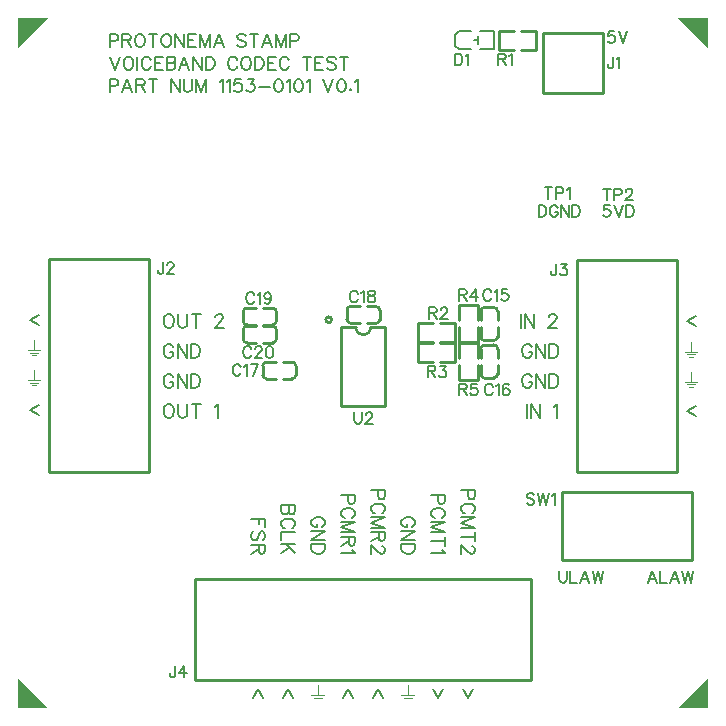
<source format=gto>
G04 Layer: TopSilkscreenLayer*
G04 Panelize: V-CUT, Column: 2, Row: 2, Board Size: 58.42mm x 58.42mm, Panelized Board Size: 118.84mm x 118.84mm*
G04 EasyEDA v6.5.34, 2023-09-29 09:21:01*
G04 773f863c4d044161bb83cbac7a5785c2,5a6b42c53f6a479593ecc07194224c93,10*
G04 Gerber Generator version 0.2*
G04 Scale: 100 percent, Rotated: No, Reflected: No *
G04 Dimensions in millimeters *
G04 leading zeros omitted , absolute positions ,4 integer and 5 decimal *
%FSLAX45Y45*%
%MOMM*%

%ADD10C,0.1524*%
%ADD11C,0.2540*%
%ADD12C,0.1500*%

%LPD*%
G36*
X5697982Y3100578D02*
G01*
X5697982Y3013456D01*
X5645404Y3013456D01*
X5645404Y3005328D01*
X5759196Y3005328D01*
X5759196Y3013456D01*
X5706618Y3013456D01*
X5706618Y3100578D01*
G37*
G36*
X5664962Y2991866D02*
G01*
X5664962Y2983738D01*
X5739638Y2983738D01*
X5739638Y2991866D01*
G37*
G36*
X5682742Y2970022D02*
G01*
X5682742Y2962402D01*
X5721858Y2962402D01*
X5721858Y2970022D01*
G37*
G36*
X5697982Y2846578D02*
G01*
X5697982Y2759456D01*
X5645404Y2759456D01*
X5645404Y2751328D01*
X5759196Y2751328D01*
X5759196Y2759456D01*
X5706618Y2759456D01*
X5706618Y2846578D01*
G37*
G36*
X5664962Y2737866D02*
G01*
X5664962Y2729738D01*
X5739638Y2729738D01*
X5739638Y2737866D01*
G37*
G36*
X5682742Y2716022D02*
G01*
X5682742Y2708402D01*
X5721858Y2708402D01*
X5721858Y2716022D01*
G37*
G36*
X131775Y3115716D02*
G01*
X131775Y3028594D01*
X79197Y3028594D01*
X79197Y3020466D01*
X192989Y3020466D01*
X192989Y3028594D01*
X140411Y3028594D01*
X140411Y3115716D01*
G37*
G36*
X98755Y3007004D02*
G01*
X98755Y2998876D01*
X173431Y2998876D01*
X173431Y3007004D01*
G37*
G36*
X116535Y2985160D02*
G01*
X116535Y2977540D01*
X155651Y2977540D01*
X155651Y2985160D01*
G37*
G36*
X131775Y2861716D02*
G01*
X131775Y2774594D01*
X79197Y2774594D01*
X79197Y2766466D01*
X192989Y2766466D01*
X192989Y2774594D01*
X140411Y2774594D01*
X140411Y2861716D01*
G37*
G36*
X98755Y2753004D02*
G01*
X98755Y2744876D01*
X173431Y2744876D01*
X173431Y2753004D01*
G37*
G36*
X116535Y2731160D02*
G01*
X116535Y2723540D01*
X155651Y2723540D01*
X155651Y2731160D01*
G37*
G36*
X2535682Y192278D02*
G01*
X2535682Y105156D01*
X2483104Y105156D01*
X2483104Y97028D01*
X2596896Y97028D01*
X2596896Y105156D01*
X2544318Y105156D01*
X2544318Y192278D01*
G37*
G36*
X2502662Y83566D02*
G01*
X2502662Y75438D01*
X2577338Y75438D01*
X2577338Y83566D01*
G37*
G36*
X2520442Y61722D02*
G01*
X2520442Y54102D01*
X2559558Y54102D01*
X2559558Y61722D01*
G37*
G36*
X3297682Y192278D02*
G01*
X3297682Y105156D01*
X3245104Y105156D01*
X3245104Y97028D01*
X3358896Y97028D01*
X3358896Y105156D01*
X3306318Y105156D01*
X3306318Y192278D01*
G37*
G36*
X3264662Y83566D02*
G01*
X3264662Y75438D01*
X3339337Y75438D01*
X3339337Y83566D01*
G37*
G36*
X3282442Y61722D02*
G01*
X3282442Y54102D01*
X3321558Y54102D01*
X3321558Y61722D01*
G37*
D10*
X774700Y5322315D02*
G01*
X774700Y5213350D01*
X774700Y5322315D02*
G01*
X821436Y5322315D01*
X836929Y5317236D01*
X842263Y5311902D01*
X847344Y5301487D01*
X847344Y5285994D01*
X842263Y5275579D01*
X836929Y5270500D01*
X821436Y5265165D01*
X774700Y5265165D01*
X923289Y5322315D02*
G01*
X881634Y5213350D01*
X923289Y5322315D02*
G01*
X964945Y5213350D01*
X897381Y5249671D02*
G01*
X949197Y5249671D01*
X999236Y5322315D02*
G01*
X999236Y5213350D01*
X999236Y5322315D02*
G01*
X1045971Y5322315D01*
X1061465Y5317236D01*
X1066800Y5311902D01*
X1071879Y5301487D01*
X1071879Y5291073D01*
X1066800Y5280660D01*
X1061465Y5275579D01*
X1045971Y5270500D01*
X999236Y5270500D01*
X1035557Y5270500D02*
G01*
X1071879Y5213350D01*
X1142492Y5322315D02*
G01*
X1142492Y5213350D01*
X1106170Y5322315D02*
G01*
X1178813Y5322315D01*
X1293113Y5322315D02*
G01*
X1293113Y5213350D01*
X1293113Y5322315D02*
G01*
X1366012Y5213350D01*
X1366012Y5322315D02*
G01*
X1366012Y5213350D01*
X1400302Y5322315D02*
G01*
X1400302Y5244337D01*
X1405381Y5228844D01*
X1415795Y5218429D01*
X1431289Y5213350D01*
X1441704Y5213350D01*
X1457452Y5218429D01*
X1467865Y5228844D01*
X1472945Y5244337D01*
X1472945Y5322315D01*
X1507236Y5322315D02*
G01*
X1507236Y5213350D01*
X1507236Y5322315D02*
G01*
X1548892Y5213350D01*
X1590294Y5322315D02*
G01*
X1548892Y5213350D01*
X1590294Y5322315D02*
G01*
X1590294Y5213350D01*
X1704594Y5301487D02*
G01*
X1715007Y5306821D01*
X1730755Y5322315D01*
X1730755Y5213350D01*
X1765045Y5301487D02*
G01*
X1775460Y5306821D01*
X1790954Y5322315D01*
X1790954Y5213350D01*
X1887473Y5322315D02*
G01*
X1835657Y5322315D01*
X1830323Y5275579D01*
X1835657Y5280660D01*
X1851152Y5285994D01*
X1866900Y5285994D01*
X1882394Y5280660D01*
X1892807Y5270500D01*
X1897887Y5254752D01*
X1897887Y5244337D01*
X1892807Y5228844D01*
X1882394Y5218429D01*
X1866900Y5213350D01*
X1851152Y5213350D01*
X1835657Y5218429D01*
X1830323Y5223510D01*
X1825244Y5233923D01*
X1942591Y5322315D02*
G01*
X1999741Y5322315D01*
X1968500Y5280660D01*
X1984247Y5280660D01*
X1994661Y5275579D01*
X1999741Y5270500D01*
X2005075Y5254752D01*
X2005075Y5244337D01*
X1999741Y5228844D01*
X1989327Y5218429D01*
X1973834Y5213350D01*
X1958340Y5213350D01*
X1942591Y5218429D01*
X1937511Y5223510D01*
X1932177Y5233923D01*
X2039365Y5260086D02*
G01*
X2132838Y5260086D01*
X2198370Y5322315D02*
G01*
X2182622Y5317236D01*
X2172208Y5301487D01*
X2167127Y5275579D01*
X2167127Y5260086D01*
X2172208Y5233923D01*
X2182622Y5218429D01*
X2198370Y5213350D01*
X2208529Y5213350D01*
X2224277Y5218429D01*
X2234691Y5233923D01*
X2239772Y5260086D01*
X2239772Y5275579D01*
X2234691Y5301487D01*
X2224277Y5317236D01*
X2208529Y5322315D01*
X2198370Y5322315D01*
X2274061Y5301487D02*
G01*
X2284475Y5306821D01*
X2299970Y5322315D01*
X2299970Y5213350D01*
X2365502Y5322315D02*
G01*
X2350008Y5317236D01*
X2339593Y5301487D01*
X2334259Y5275579D01*
X2334259Y5260086D01*
X2339593Y5233923D01*
X2350008Y5218429D01*
X2365502Y5213350D01*
X2375915Y5213350D01*
X2391409Y5218429D01*
X2401824Y5233923D01*
X2407158Y5260086D01*
X2407158Y5275579D01*
X2401824Y5301487D01*
X2391409Y5317236D01*
X2375915Y5322315D01*
X2365502Y5322315D01*
X2441447Y5301487D02*
G01*
X2451861Y5306821D01*
X2467356Y5322315D01*
X2467356Y5213350D01*
X2581656Y5322315D02*
G01*
X2623311Y5213350D01*
X2664713Y5322315D02*
G01*
X2623311Y5213350D01*
X2730245Y5322315D02*
G01*
X2714752Y5317236D01*
X2704338Y5301487D01*
X2699004Y5275579D01*
X2699004Y5260086D01*
X2704338Y5233923D01*
X2714752Y5218429D01*
X2730245Y5213350D01*
X2740659Y5213350D01*
X2756154Y5218429D01*
X2766568Y5233923D01*
X2771902Y5260086D01*
X2771902Y5275579D01*
X2766568Y5301487D01*
X2756154Y5317236D01*
X2740659Y5322315D01*
X2730245Y5322315D01*
X2811272Y5239257D02*
G01*
X2806191Y5233923D01*
X2811272Y5228844D01*
X2816606Y5233923D01*
X2811272Y5239257D01*
X2850895Y5301487D02*
G01*
X2861309Y5306821D01*
X2876804Y5322315D01*
X2876804Y5213350D01*
X774700Y5512815D02*
G01*
X816355Y5403850D01*
X857757Y5512815D02*
G01*
X816355Y5403850D01*
X923289Y5512815D02*
G01*
X912876Y5507736D01*
X902462Y5497321D01*
X897381Y5486907D01*
X892047Y5471160D01*
X892047Y5445252D01*
X897381Y5429757D01*
X902462Y5419344D01*
X912876Y5408929D01*
X923289Y5403850D01*
X944118Y5403850D01*
X954531Y5408929D01*
X964945Y5419344D01*
X970026Y5429757D01*
X975360Y5445252D01*
X975360Y5471160D01*
X970026Y5486907D01*
X964945Y5497321D01*
X954531Y5507736D01*
X944118Y5512815D01*
X923289Y5512815D01*
X1009650Y5512815D02*
G01*
X1009650Y5403850D01*
X1121663Y5486907D02*
G01*
X1116584Y5497321D01*
X1106170Y5507736D01*
X1095755Y5512815D01*
X1074928Y5512815D01*
X1064513Y5507736D01*
X1054100Y5497321D01*
X1049020Y5486907D01*
X1043939Y5471160D01*
X1043939Y5445252D01*
X1049020Y5429757D01*
X1054100Y5419344D01*
X1064513Y5408929D01*
X1074928Y5403850D01*
X1095755Y5403850D01*
X1106170Y5408929D01*
X1116584Y5419344D01*
X1121663Y5429757D01*
X1155954Y5512815D02*
G01*
X1155954Y5403850D01*
X1155954Y5512815D02*
G01*
X1223518Y5512815D01*
X1155954Y5461000D02*
G01*
X1197610Y5461000D01*
X1155954Y5403850D02*
G01*
X1223518Y5403850D01*
X1257807Y5512815D02*
G01*
X1257807Y5403850D01*
X1257807Y5512815D02*
G01*
X1304544Y5512815D01*
X1320292Y5507736D01*
X1325371Y5502402D01*
X1330705Y5491987D01*
X1330705Y5481573D01*
X1325371Y5471160D01*
X1320292Y5466079D01*
X1304544Y5461000D01*
X1257807Y5461000D02*
G01*
X1304544Y5461000D01*
X1320292Y5455665D01*
X1325371Y5450586D01*
X1330705Y5440171D01*
X1330705Y5424423D01*
X1325371Y5414010D01*
X1320292Y5408929D01*
X1304544Y5403850D01*
X1257807Y5403850D01*
X1406397Y5512815D02*
G01*
X1364995Y5403850D01*
X1406397Y5512815D02*
G01*
X1448054Y5403850D01*
X1380489Y5440171D02*
G01*
X1432560Y5440171D01*
X1482344Y5512815D02*
G01*
X1482344Y5403850D01*
X1482344Y5512815D02*
G01*
X1554987Y5403850D01*
X1554987Y5512815D02*
G01*
X1554987Y5403850D01*
X1589278Y5512815D02*
G01*
X1589278Y5403850D01*
X1589278Y5512815D02*
G01*
X1625600Y5512815D01*
X1641347Y5507736D01*
X1651762Y5497321D01*
X1656842Y5486907D01*
X1662176Y5471160D01*
X1662176Y5445252D01*
X1656842Y5429757D01*
X1651762Y5419344D01*
X1641347Y5408929D01*
X1625600Y5403850D01*
X1589278Y5403850D01*
X1854200Y5486907D02*
G01*
X1849120Y5497321D01*
X1838705Y5507736D01*
X1828292Y5512815D01*
X1807463Y5512815D01*
X1797050Y5507736D01*
X1786889Y5497321D01*
X1781555Y5486907D01*
X1776476Y5471160D01*
X1776476Y5445252D01*
X1781555Y5429757D01*
X1786889Y5419344D01*
X1797050Y5408929D01*
X1807463Y5403850D01*
X1828292Y5403850D01*
X1838705Y5408929D01*
X1849120Y5419344D01*
X1854200Y5429757D01*
X1919731Y5512815D02*
G01*
X1909318Y5507736D01*
X1898904Y5497321D01*
X1893823Y5486907D01*
X1888489Y5471160D01*
X1888489Y5445252D01*
X1893823Y5429757D01*
X1898904Y5419344D01*
X1909318Y5408929D01*
X1919731Y5403850D01*
X1940559Y5403850D01*
X1950974Y5408929D01*
X1961388Y5419344D01*
X1966468Y5429757D01*
X1971802Y5445252D01*
X1971802Y5471160D01*
X1966468Y5486907D01*
X1961388Y5497321D01*
X1950974Y5507736D01*
X1940559Y5512815D01*
X1919731Y5512815D01*
X2006091Y5512815D02*
G01*
X2006091Y5403850D01*
X2006091Y5512815D02*
G01*
X2042413Y5512815D01*
X2057908Y5507736D01*
X2068322Y5497321D01*
X2073656Y5486907D01*
X2078736Y5471160D01*
X2078736Y5445252D01*
X2073656Y5429757D01*
X2068322Y5419344D01*
X2057908Y5408929D01*
X2042413Y5403850D01*
X2006091Y5403850D01*
X2113025Y5512815D02*
G01*
X2113025Y5403850D01*
X2113025Y5512815D02*
G01*
X2180590Y5512815D01*
X2113025Y5461000D02*
G01*
X2154681Y5461000D01*
X2113025Y5403850D02*
G01*
X2180590Y5403850D01*
X2292858Y5486907D02*
G01*
X2287524Y5497321D01*
X2277109Y5507736D01*
X2266950Y5512815D01*
X2246122Y5512815D01*
X2235708Y5507736D01*
X2225293Y5497321D01*
X2219959Y5486907D01*
X2214879Y5471160D01*
X2214879Y5445252D01*
X2219959Y5429757D01*
X2225293Y5419344D01*
X2235708Y5408929D01*
X2246122Y5403850D01*
X2266950Y5403850D01*
X2277109Y5408929D01*
X2287524Y5419344D01*
X2292858Y5429757D01*
X2443479Y5512815D02*
G01*
X2443479Y5403850D01*
X2407158Y5512815D02*
G01*
X2479802Y5512815D01*
X2514091Y5512815D02*
G01*
X2514091Y5403850D01*
X2514091Y5512815D02*
G01*
X2581656Y5512815D01*
X2514091Y5461000D02*
G01*
X2555747Y5461000D01*
X2514091Y5403850D02*
G01*
X2581656Y5403850D01*
X2688590Y5497321D02*
G01*
X2678429Y5507736D01*
X2662681Y5512815D01*
X2641854Y5512815D01*
X2626359Y5507736D01*
X2615945Y5497321D01*
X2615945Y5486907D01*
X2621279Y5476494D01*
X2626359Y5471160D01*
X2636774Y5466079D01*
X2668015Y5455665D01*
X2678429Y5450586D01*
X2683509Y5445252D01*
X2688590Y5434837D01*
X2688590Y5419344D01*
X2678429Y5408929D01*
X2662681Y5403850D01*
X2641854Y5403850D01*
X2626359Y5408929D01*
X2615945Y5419344D01*
X2759456Y5512815D02*
G01*
X2759456Y5403850D01*
X2722879Y5512815D02*
G01*
X2795777Y5512815D01*
X774700Y5703315D02*
G01*
X774700Y5594350D01*
X774700Y5703315D02*
G01*
X821436Y5703315D01*
X836929Y5698236D01*
X842263Y5692902D01*
X847344Y5682487D01*
X847344Y5666994D01*
X842263Y5656579D01*
X836929Y5651500D01*
X821436Y5646165D01*
X774700Y5646165D01*
X881634Y5703315D02*
G01*
X881634Y5594350D01*
X881634Y5703315D02*
G01*
X928370Y5703315D01*
X944118Y5698236D01*
X949197Y5692902D01*
X954531Y5682487D01*
X954531Y5672073D01*
X949197Y5661660D01*
X944118Y5656579D01*
X928370Y5651500D01*
X881634Y5651500D01*
X918210Y5651500D02*
G01*
X954531Y5594350D01*
X1019810Y5703315D02*
G01*
X1009650Y5698236D01*
X999236Y5687821D01*
X993902Y5677407D01*
X988821Y5661660D01*
X988821Y5635752D01*
X993902Y5620257D01*
X999236Y5609844D01*
X1009650Y5599429D01*
X1019810Y5594350D01*
X1040637Y5594350D01*
X1051052Y5599429D01*
X1061465Y5609844D01*
X1066800Y5620257D01*
X1071879Y5635752D01*
X1071879Y5661660D01*
X1066800Y5677407D01*
X1061465Y5687821D01*
X1051052Y5698236D01*
X1040637Y5703315D01*
X1019810Y5703315D01*
X1142492Y5703315D02*
G01*
X1142492Y5594350D01*
X1106170Y5703315D02*
G01*
X1178813Y5703315D01*
X1244345Y5703315D02*
G01*
X1233931Y5698236D01*
X1223518Y5687821D01*
X1218437Y5677407D01*
X1213104Y5661660D01*
X1213104Y5635752D01*
X1218437Y5620257D01*
X1223518Y5609844D01*
X1233931Y5599429D01*
X1244345Y5594350D01*
X1265173Y5594350D01*
X1275587Y5599429D01*
X1286002Y5609844D01*
X1291081Y5620257D01*
X1296415Y5635752D01*
X1296415Y5661660D01*
X1291081Y5677407D01*
X1286002Y5687821D01*
X1275587Y5698236D01*
X1265173Y5703315D01*
X1244345Y5703315D01*
X1330705Y5703315D02*
G01*
X1330705Y5594350D01*
X1330705Y5703315D02*
G01*
X1403350Y5594350D01*
X1403350Y5703315D02*
G01*
X1403350Y5594350D01*
X1437639Y5703315D02*
G01*
X1437639Y5594350D01*
X1437639Y5703315D02*
G01*
X1505204Y5703315D01*
X1437639Y5651500D02*
G01*
X1479295Y5651500D01*
X1437639Y5594350D02*
G01*
X1505204Y5594350D01*
X1539494Y5703315D02*
G01*
X1539494Y5594350D01*
X1539494Y5703315D02*
G01*
X1581150Y5594350D01*
X1622552Y5703315D02*
G01*
X1581150Y5594350D01*
X1622552Y5703315D02*
G01*
X1622552Y5594350D01*
X1698497Y5703315D02*
G01*
X1656842Y5594350D01*
X1698497Y5703315D02*
G01*
X1739900Y5594350D01*
X1672589Y5630671D02*
G01*
X1724405Y5630671D01*
X1927097Y5687821D02*
G01*
X1916684Y5698236D01*
X1901189Y5703315D01*
X1880362Y5703315D01*
X1864613Y5698236D01*
X1854200Y5687821D01*
X1854200Y5677407D01*
X1859534Y5666994D01*
X1864613Y5661660D01*
X1875028Y5656579D01*
X1906270Y5646165D01*
X1916684Y5641086D01*
X1921763Y5635752D01*
X1927097Y5625337D01*
X1927097Y5609844D01*
X1916684Y5599429D01*
X1901189Y5594350D01*
X1880362Y5594350D01*
X1864613Y5599429D01*
X1854200Y5609844D01*
X1997709Y5703315D02*
G01*
X1997709Y5594350D01*
X1961388Y5703315D02*
G01*
X2034031Y5703315D01*
X2109977Y5703315D02*
G01*
X2068322Y5594350D01*
X2109977Y5703315D02*
G01*
X2151379Y5594350D01*
X2084070Y5630671D02*
G01*
X2135886Y5630671D01*
X2185670Y5703315D02*
G01*
X2185670Y5594350D01*
X2185670Y5703315D02*
G01*
X2227325Y5594350D01*
X2268981Y5703315D02*
G01*
X2227325Y5594350D01*
X2268981Y5703315D02*
G01*
X2268981Y5594350D01*
X2303272Y5703315D02*
G01*
X2303272Y5594350D01*
X2303272Y5703315D02*
G01*
X2350008Y5703315D01*
X2365502Y5698236D01*
X2370836Y5692902D01*
X2375915Y5682487D01*
X2375915Y5666994D01*
X2370836Y5656579D01*
X2365502Y5651500D01*
X2350008Y5646165D01*
X2303272Y5646165D01*
X5045709Y5726937D02*
G01*
X5000243Y5726937D01*
X4995672Y5686044D01*
X5000243Y5690615D01*
X5013706Y5695187D01*
X5027422Y5695187D01*
X5041138Y5690615D01*
X5050281Y5681471D01*
X5054854Y5668010D01*
X5054854Y5658865D01*
X5050281Y5645150D01*
X5041138Y5636005D01*
X5027422Y5631434D01*
X5013706Y5631434D01*
X5000243Y5636005D01*
X4995672Y5640578D01*
X4991100Y5649721D01*
X5084825Y5726937D02*
G01*
X5121147Y5631434D01*
X5157470Y5726937D02*
G01*
X5121147Y5631434D01*
X5036565Y5511037D02*
G01*
X5036565Y5438394D01*
X5031993Y5424678D01*
X5027422Y5420105D01*
X5018277Y5415534D01*
X5009388Y5415534D01*
X5000243Y5420105D01*
X4995672Y5424678D01*
X4991100Y5438394D01*
X4991100Y5447537D01*
X5066538Y5493004D02*
G01*
X5075681Y5497576D01*
X5089397Y5511037D01*
X5089397Y5415534D01*
X3848963Y155905D02*
G01*
X3808069Y83261D01*
X3767175Y155905D01*
X3594963Y155905D02*
G01*
X3554069Y83261D01*
X3513175Y155905D01*
X3086973Y83215D02*
G01*
X3046079Y156113D01*
X3005185Y83215D01*
X2832973Y83215D02*
G01*
X2792079Y156113D01*
X2751185Y83215D01*
X2324973Y83215D02*
G01*
X2284079Y156113D01*
X2243185Y83215D01*
X2070973Y83215D02*
G01*
X2030079Y156113D01*
X1989185Y83215D01*
X1328165Y354837D02*
G01*
X1328165Y282194D01*
X1323594Y268478D01*
X1319021Y263905D01*
X1309878Y259334D01*
X1300987Y259334D01*
X1291844Y263905D01*
X1287271Y268478D01*
X1282700Y282194D01*
X1282700Y291337D01*
X1403604Y354837D02*
G01*
X1358137Y291337D01*
X1426210Y291337D01*
X1403604Y354837D02*
G01*
X1403604Y259334D01*
X5736843Y3313176D02*
G01*
X5664200Y3272281D01*
X5736843Y3231134D01*
X5736843Y2551176D02*
G01*
X5664200Y2510281D01*
X5736843Y2469134D01*
X4553965Y3758437D02*
G01*
X4553965Y3685794D01*
X4549393Y3672078D01*
X4544822Y3667505D01*
X4535677Y3662934D01*
X4526788Y3662934D01*
X4517643Y3667505D01*
X4513072Y3672078D01*
X4508500Y3685794D01*
X4508500Y3694937D01*
X4593081Y3758437D02*
G01*
X4643120Y3758437D01*
X4615688Y3722115D01*
X4629404Y3722115D01*
X4638547Y3717544D01*
X4643120Y3712971D01*
X4647691Y3699510D01*
X4647691Y3690365D01*
X4643120Y3676650D01*
X4633975Y3667505D01*
X4620259Y3662934D01*
X4606797Y3662934D01*
X4593081Y3667505D01*
X4588509Y3672078D01*
X4583938Y3681221D01*
X4254500Y3334257D02*
G01*
X4254500Y3219704D01*
X4290568Y3334257D02*
G01*
X4290568Y3219704D01*
X4290568Y3334257D02*
G01*
X4366768Y3219704D01*
X4366768Y3334257D02*
G01*
X4366768Y3219704D01*
X4492243Y3306826D02*
G01*
X4492243Y3312413D01*
X4497831Y3323336D01*
X4503165Y3328670D01*
X4514088Y3334257D01*
X4535931Y3334257D01*
X4546854Y3328670D01*
X4552441Y3323336D01*
X4557775Y3312413D01*
X4557775Y3301492D01*
X4552441Y3290570D01*
X4541520Y3274313D01*
X4486909Y3219704D01*
X4563109Y3219704D01*
X4305300Y2572257D02*
G01*
X4305300Y2457704D01*
X4341368Y2572257D02*
G01*
X4341368Y2457704D01*
X4341368Y2572257D02*
G01*
X4417568Y2457704D01*
X4417568Y2572257D02*
G01*
X4417568Y2457704D01*
X4537709Y2550413D02*
G01*
X4548631Y2555747D01*
X4564888Y2572257D01*
X4564888Y2457704D01*
X4348988Y2798826D02*
G01*
X4343654Y2809747D01*
X4332731Y2820670D01*
X4321809Y2826257D01*
X4299965Y2826257D01*
X4289043Y2820670D01*
X4278122Y2809747D01*
X4272534Y2798826D01*
X4267200Y2782570D01*
X4267200Y2755392D01*
X4272534Y2738881D01*
X4278122Y2727960D01*
X4289043Y2717037D01*
X4299965Y2711704D01*
X4321809Y2711704D01*
X4332731Y2717037D01*
X4343654Y2727960D01*
X4348988Y2738881D01*
X4348988Y2755392D01*
X4321809Y2755392D02*
G01*
X4348988Y2755392D01*
X4385056Y2826257D02*
G01*
X4385056Y2711704D01*
X4385056Y2826257D02*
G01*
X4461256Y2711704D01*
X4461256Y2826257D02*
G01*
X4461256Y2711704D01*
X4497324Y2826257D02*
G01*
X4497324Y2711704D01*
X4497324Y2826257D02*
G01*
X4535677Y2826257D01*
X4551934Y2820670D01*
X4562856Y2809747D01*
X4568190Y2798826D01*
X4573777Y2782570D01*
X4573777Y2755392D01*
X4568190Y2738881D01*
X4562856Y2727960D01*
X4551934Y2717037D01*
X4535677Y2711704D01*
X4497324Y2711704D01*
X4348988Y3052826D02*
G01*
X4343654Y3063747D01*
X4332731Y3074670D01*
X4321809Y3080257D01*
X4299965Y3080257D01*
X4289043Y3074670D01*
X4278122Y3063747D01*
X4272534Y3052826D01*
X4267200Y3036570D01*
X4267200Y3009392D01*
X4272534Y2992881D01*
X4278122Y2981960D01*
X4289043Y2971037D01*
X4299965Y2965704D01*
X4321809Y2965704D01*
X4332731Y2971037D01*
X4343654Y2981960D01*
X4348988Y2992881D01*
X4348988Y3009392D01*
X4321809Y3009392D02*
G01*
X4348988Y3009392D01*
X4385056Y3080257D02*
G01*
X4385056Y2965704D01*
X4385056Y3080257D02*
G01*
X4461256Y2965704D01*
X4461256Y3080257D02*
G01*
X4461256Y2965704D01*
X4497324Y3080257D02*
G01*
X4497324Y2965704D01*
X4497324Y3080257D02*
G01*
X4535677Y3080257D01*
X4551934Y3074670D01*
X4562856Y3063747D01*
X4568190Y3052826D01*
X4573777Y3036570D01*
X4573777Y3009392D01*
X4568190Y2992881D01*
X4562856Y2981960D01*
X4551934Y2971037D01*
X4535677Y2965704D01*
X4497324Y2965704D01*
X1264665Y3334257D02*
G01*
X1253744Y3328670D01*
X1242821Y3317747D01*
X1237234Y3306826D01*
X1231900Y3290570D01*
X1231900Y3263392D01*
X1237234Y3246881D01*
X1242821Y3235960D01*
X1253744Y3225037D01*
X1264665Y3219704D01*
X1286510Y3219704D01*
X1297431Y3225037D01*
X1308354Y3235960D01*
X1313687Y3246881D01*
X1319276Y3263392D01*
X1319276Y3290570D01*
X1313687Y3306826D01*
X1308354Y3317747D01*
X1297431Y3328670D01*
X1286510Y3334257D01*
X1264665Y3334257D01*
X1355089Y3334257D02*
G01*
X1355089Y3252470D01*
X1360678Y3235960D01*
X1371600Y3225037D01*
X1387855Y3219704D01*
X1398778Y3219704D01*
X1415287Y3225037D01*
X1425955Y3235960D01*
X1431544Y3252470D01*
X1431544Y3334257D01*
X1505712Y3334257D02*
G01*
X1505712Y3219704D01*
X1467612Y3334257D02*
G01*
X1543812Y3334257D01*
X1669287Y3306826D02*
G01*
X1669287Y3312413D01*
X1674876Y3323336D01*
X1680210Y3328670D01*
X1691131Y3334257D01*
X1712976Y3334257D01*
X1723897Y3328670D01*
X1729231Y3323336D01*
X1734820Y3312413D01*
X1734820Y3301492D01*
X1729231Y3290570D01*
X1718563Y3274313D01*
X1663954Y3219704D01*
X1740154Y3219704D01*
X1226555Y3771155D02*
G01*
X1226555Y3698511D01*
X1221983Y3684795D01*
X1217411Y3680223D01*
X1208267Y3675651D01*
X1199377Y3675651D01*
X1190233Y3680223D01*
X1185661Y3684795D01*
X1181089Y3698511D01*
X1181089Y3707655D01*
X1261099Y3748549D02*
G01*
X1261099Y3753121D01*
X1265671Y3762011D01*
X1270243Y3766583D01*
X1279387Y3771155D01*
X1297421Y3771155D01*
X1306565Y3766583D01*
X1311137Y3762011D01*
X1315709Y3753121D01*
X1315709Y3743977D01*
X1311137Y3734833D01*
X1301993Y3721117D01*
X1256527Y3675651D01*
X1320281Y3675651D01*
X174244Y2563368D02*
G01*
X101600Y2522473D01*
X174244Y2481326D01*
X174244Y3325368D02*
G01*
X101600Y3284473D01*
X174244Y3243326D01*
X1313687Y3052826D02*
G01*
X1308354Y3063747D01*
X1297431Y3074670D01*
X1286510Y3080257D01*
X1264665Y3080257D01*
X1253744Y3074670D01*
X1242821Y3063747D01*
X1237234Y3052826D01*
X1231900Y3036570D01*
X1231900Y3009392D01*
X1237234Y2992881D01*
X1242821Y2981960D01*
X1253744Y2971037D01*
X1264665Y2965704D01*
X1286510Y2965704D01*
X1297431Y2971037D01*
X1308354Y2981960D01*
X1313687Y2992881D01*
X1313687Y3009392D01*
X1286510Y3009392D02*
G01*
X1313687Y3009392D01*
X1349755Y3080257D02*
G01*
X1349755Y2965704D01*
X1349755Y3080257D02*
G01*
X1425955Y2965704D01*
X1425955Y3080257D02*
G01*
X1425955Y2965704D01*
X1462023Y3080257D02*
G01*
X1462023Y2965704D01*
X1462023Y3080257D02*
G01*
X1500378Y3080257D01*
X1516634Y3074670D01*
X1527555Y3063747D01*
X1532889Y3052826D01*
X1538478Y3036570D01*
X1538478Y3009392D01*
X1532889Y2992881D01*
X1527555Y2981960D01*
X1516634Y2971037D01*
X1500378Y2965704D01*
X1462023Y2965704D01*
X1313687Y2798826D02*
G01*
X1308354Y2809747D01*
X1297431Y2820670D01*
X1286510Y2826257D01*
X1264665Y2826257D01*
X1253744Y2820670D01*
X1242821Y2809747D01*
X1237234Y2798826D01*
X1231900Y2782570D01*
X1231900Y2755392D01*
X1237234Y2738881D01*
X1242821Y2727960D01*
X1253744Y2717037D01*
X1264665Y2711704D01*
X1286510Y2711704D01*
X1297431Y2717037D01*
X1308354Y2727960D01*
X1313687Y2738881D01*
X1313687Y2755392D01*
X1286510Y2755392D02*
G01*
X1313687Y2755392D01*
X1349755Y2826257D02*
G01*
X1349755Y2711704D01*
X1349755Y2826257D02*
G01*
X1425955Y2711704D01*
X1425955Y2826257D02*
G01*
X1425955Y2711704D01*
X1462023Y2826257D02*
G01*
X1462023Y2711704D01*
X1462023Y2826257D02*
G01*
X1500378Y2826257D01*
X1516634Y2820670D01*
X1527555Y2809747D01*
X1532889Y2798826D01*
X1538478Y2782570D01*
X1538478Y2755392D01*
X1532889Y2738881D01*
X1527555Y2727960D01*
X1516634Y2717037D01*
X1500378Y2711704D01*
X1462023Y2711704D01*
X1264665Y2572257D02*
G01*
X1253744Y2566670D01*
X1242821Y2555747D01*
X1237234Y2544826D01*
X1231900Y2528570D01*
X1231900Y2501392D01*
X1237234Y2484881D01*
X1242821Y2473960D01*
X1253744Y2463037D01*
X1264665Y2457704D01*
X1286510Y2457704D01*
X1297431Y2463037D01*
X1308354Y2473960D01*
X1313687Y2484881D01*
X1319276Y2501392D01*
X1319276Y2528570D01*
X1313687Y2544826D01*
X1308354Y2555747D01*
X1297431Y2566670D01*
X1286510Y2572257D01*
X1264665Y2572257D01*
X1355089Y2572257D02*
G01*
X1355089Y2490470D01*
X1360678Y2473960D01*
X1371600Y2463037D01*
X1387855Y2457704D01*
X1398778Y2457704D01*
X1415287Y2463037D01*
X1425955Y2473960D01*
X1431544Y2490470D01*
X1431544Y2572257D01*
X1505712Y2572257D02*
G01*
X1505712Y2457704D01*
X1467612Y2572257D02*
G01*
X1543812Y2572257D01*
X1663954Y2550413D02*
G01*
X1674876Y2555747D01*
X1691131Y2572257D01*
X1691131Y2457704D01*
X2089658Y1600200D02*
G01*
X1975104Y1600200D01*
X2089658Y1600200D02*
G01*
X2089658Y1529334D01*
X2035047Y1600200D02*
G01*
X2035047Y1556512D01*
X2073147Y1416812D02*
G01*
X2084070Y1427734D01*
X2089658Y1444244D01*
X2089658Y1466087D01*
X2084070Y1482344D01*
X2073147Y1493265D01*
X2062225Y1493265D01*
X2051304Y1487931D01*
X2045970Y1482344D01*
X2040381Y1471421D01*
X2029713Y1438655D01*
X2024125Y1427734D01*
X2018791Y1422400D01*
X2007870Y1416812D01*
X1991359Y1416812D01*
X1980438Y1427734D01*
X1975104Y1444244D01*
X1975104Y1466087D01*
X1980438Y1482344D01*
X1991359Y1493265D01*
X2089658Y1380997D02*
G01*
X1975104Y1380997D01*
X2089658Y1380997D02*
G01*
X2089658Y1331721D01*
X2084070Y1315465D01*
X2078736Y1310131D01*
X2067813Y1304544D01*
X2056891Y1304544D01*
X2045970Y1310131D01*
X2040381Y1315465D01*
X2035047Y1331721D01*
X2035047Y1380997D01*
X2035047Y1342644D02*
G01*
X1975104Y1304544D01*
X2343658Y1714500D02*
G01*
X2229104Y1714500D01*
X2343658Y1714500D02*
G01*
X2343658Y1665478D01*
X2338070Y1648968D01*
X2332736Y1643634D01*
X2321813Y1638045D01*
X2310891Y1638045D01*
X2299970Y1643634D01*
X2294381Y1648968D01*
X2289047Y1665478D01*
X2289047Y1714500D02*
G01*
X2289047Y1665478D01*
X2283713Y1648968D01*
X2278125Y1643634D01*
X2267204Y1638045D01*
X2250947Y1638045D01*
X2240025Y1643634D01*
X2234438Y1648968D01*
X2229104Y1665478D01*
X2229104Y1714500D01*
X2316225Y1520444D02*
G01*
X2327147Y1525778D01*
X2338070Y1536700D01*
X2343658Y1547621D01*
X2343658Y1569465D01*
X2338070Y1580387D01*
X2327147Y1591310D01*
X2316225Y1596644D01*
X2299970Y1602231D01*
X2272791Y1602231D01*
X2256281Y1596644D01*
X2245359Y1591310D01*
X2234438Y1580387D01*
X2229104Y1569465D01*
X2229104Y1547621D01*
X2234438Y1536700D01*
X2245359Y1525778D01*
X2256281Y1520444D01*
X2343658Y1484376D02*
G01*
X2229104Y1484376D01*
X2229104Y1484376D02*
G01*
X2229104Y1418844D01*
X2343658Y1382776D02*
G01*
X2229104Y1382776D01*
X2343658Y1306576D02*
G01*
X2267204Y1382776D01*
X2294381Y1355597D02*
G01*
X2229104Y1306576D01*
X2570225Y1531112D02*
G01*
X2581147Y1536445D01*
X2592070Y1547368D01*
X2597658Y1558289D01*
X2597658Y1580134D01*
X2592070Y1591055D01*
X2581147Y1601978D01*
X2570225Y1607565D01*
X2553970Y1612900D01*
X2526791Y1612900D01*
X2510281Y1607565D01*
X2499359Y1601978D01*
X2488438Y1591055D01*
X2483104Y1580134D01*
X2483104Y1558289D01*
X2488438Y1547368D01*
X2499359Y1536445D01*
X2510281Y1531112D01*
X2526791Y1531112D01*
X2526791Y1558289D02*
G01*
X2526791Y1531112D01*
X2597658Y1495044D02*
G01*
X2483104Y1495044D01*
X2597658Y1495044D02*
G01*
X2483104Y1418844D01*
X2597658Y1418844D02*
G01*
X2483104Y1418844D01*
X2597658Y1382776D02*
G01*
X2483104Y1382776D01*
X2597658Y1382776D02*
G01*
X2597658Y1344421D01*
X2592070Y1328165D01*
X2581147Y1317244D01*
X2570225Y1311910D01*
X2553970Y1306321D01*
X2526791Y1306321D01*
X2510281Y1311910D01*
X2499359Y1317244D01*
X2488438Y1328165D01*
X2483104Y1344421D01*
X2483104Y1382776D01*
X2851658Y1803400D02*
G01*
X2737104Y1803400D01*
X2851658Y1803400D02*
G01*
X2851658Y1754378D01*
X2846070Y1737868D01*
X2840736Y1732534D01*
X2829813Y1726945D01*
X2813304Y1726945D01*
X2802381Y1732534D01*
X2797047Y1737868D01*
X2791713Y1754378D01*
X2791713Y1803400D01*
X2824225Y1609344D02*
G01*
X2835147Y1614678D01*
X2846070Y1625600D01*
X2851658Y1636521D01*
X2851658Y1658365D01*
X2846070Y1669287D01*
X2835147Y1680210D01*
X2824225Y1685544D01*
X2807970Y1691131D01*
X2780791Y1691131D01*
X2764281Y1685544D01*
X2753359Y1680210D01*
X2742438Y1669287D01*
X2737104Y1658365D01*
X2737104Y1636521D01*
X2742438Y1625600D01*
X2753359Y1614678D01*
X2764281Y1609344D01*
X2851658Y1573276D02*
G01*
X2737104Y1573276D01*
X2851658Y1573276D02*
G01*
X2737104Y1529587D01*
X2851658Y1485900D02*
G01*
X2737104Y1529587D01*
X2851658Y1485900D02*
G01*
X2737104Y1485900D01*
X2851658Y1449831D02*
G01*
X2737104Y1449831D01*
X2851658Y1449831D02*
G01*
X2851658Y1400810D01*
X2846070Y1384554D01*
X2840736Y1378965D01*
X2829813Y1373631D01*
X2818891Y1373631D01*
X2807970Y1378965D01*
X2802381Y1384554D01*
X2797047Y1400810D01*
X2797047Y1449831D01*
X2797047Y1411731D02*
G01*
X2737104Y1373631D01*
X2829813Y1337563D02*
G01*
X2835147Y1326642D01*
X2851658Y1310386D01*
X2737104Y1310386D01*
X3105658Y1841500D02*
G01*
X2991104Y1841500D01*
X3105658Y1841500D02*
G01*
X3105658Y1792478D01*
X3100070Y1775968D01*
X3094736Y1770634D01*
X3083813Y1765045D01*
X3067304Y1765045D01*
X3056381Y1770634D01*
X3051047Y1775968D01*
X3045713Y1792478D01*
X3045713Y1841500D01*
X3078225Y1647444D02*
G01*
X3089147Y1652778D01*
X3100070Y1663700D01*
X3105658Y1674621D01*
X3105658Y1696465D01*
X3100070Y1707387D01*
X3089147Y1718310D01*
X3078225Y1723644D01*
X3061970Y1729231D01*
X3034791Y1729231D01*
X3018281Y1723644D01*
X3007359Y1718310D01*
X2996438Y1707387D01*
X2991104Y1696465D01*
X2991104Y1674621D01*
X2996438Y1663700D01*
X3007359Y1652778D01*
X3018281Y1647444D01*
X3105658Y1611376D02*
G01*
X2991104Y1611376D01*
X3105658Y1611376D02*
G01*
X2991104Y1567687D01*
X3105658Y1524000D02*
G01*
X2991104Y1567687D01*
X3105658Y1524000D02*
G01*
X2991104Y1524000D01*
X3105658Y1487931D02*
G01*
X2991104Y1487931D01*
X3105658Y1487931D02*
G01*
X3105658Y1438910D01*
X3100070Y1422654D01*
X3094736Y1417065D01*
X3083813Y1411731D01*
X3072891Y1411731D01*
X3061970Y1417065D01*
X3056381Y1422654D01*
X3051047Y1438910D01*
X3051047Y1487931D01*
X3051047Y1449831D02*
G01*
X2991104Y1411731D01*
X3078225Y1370329D02*
G01*
X3083813Y1370329D01*
X3094736Y1364742D01*
X3100070Y1359407D01*
X3105658Y1348486D01*
X3105658Y1326642D01*
X3100070Y1315720D01*
X3094736Y1310131D01*
X3083813Y1304797D01*
X3072891Y1304797D01*
X3061970Y1310131D01*
X3045713Y1321054D01*
X2991104Y1375663D01*
X2991104Y1299210D01*
X3332225Y1531112D02*
G01*
X3343147Y1536445D01*
X3354070Y1547368D01*
X3359658Y1558289D01*
X3359658Y1580134D01*
X3354070Y1591055D01*
X3343147Y1601978D01*
X3332225Y1607565D01*
X3315970Y1612900D01*
X3288791Y1612900D01*
X3272281Y1607565D01*
X3261359Y1601978D01*
X3250438Y1591055D01*
X3245104Y1580134D01*
X3245104Y1558289D01*
X3250438Y1547368D01*
X3261359Y1536445D01*
X3272281Y1531112D01*
X3288791Y1531112D01*
X3288791Y1558289D02*
G01*
X3288791Y1531112D01*
X3359658Y1495044D02*
G01*
X3245104Y1495044D01*
X3359658Y1495044D02*
G01*
X3245104Y1418844D01*
X3359658Y1418844D02*
G01*
X3245104Y1418844D01*
X3359658Y1382776D02*
G01*
X3245104Y1382776D01*
X3359658Y1382776D02*
G01*
X3359658Y1344421D01*
X3354070Y1328165D01*
X3343147Y1317244D01*
X3332225Y1311910D01*
X3315970Y1306321D01*
X3288791Y1306321D01*
X3272281Y1311910D01*
X3261359Y1317244D01*
X3250438Y1328165D01*
X3245104Y1344421D01*
X3245104Y1382776D01*
X3613658Y1803400D02*
G01*
X3499104Y1803400D01*
X3613658Y1803400D02*
G01*
X3613658Y1754378D01*
X3608070Y1737868D01*
X3602736Y1732534D01*
X3591813Y1726945D01*
X3575304Y1726945D01*
X3564381Y1732534D01*
X3559047Y1737868D01*
X3553713Y1754378D01*
X3553713Y1803400D01*
X3586225Y1609344D02*
G01*
X3597147Y1614678D01*
X3608070Y1625600D01*
X3613658Y1636521D01*
X3613658Y1658365D01*
X3608070Y1669287D01*
X3597147Y1680210D01*
X3586225Y1685544D01*
X3569970Y1691131D01*
X3542791Y1691131D01*
X3526281Y1685544D01*
X3515359Y1680210D01*
X3504438Y1669287D01*
X3499104Y1658365D01*
X3499104Y1636521D01*
X3504438Y1625600D01*
X3515359Y1614678D01*
X3526281Y1609344D01*
X3613658Y1573276D02*
G01*
X3499104Y1573276D01*
X3613658Y1573276D02*
G01*
X3499104Y1529587D01*
X3613658Y1485900D02*
G01*
X3499104Y1529587D01*
X3613658Y1485900D02*
G01*
X3499104Y1485900D01*
X3613658Y1411731D02*
G01*
X3499104Y1411731D01*
X3613658Y1449831D02*
G01*
X3613658Y1373631D01*
X3591813Y1337563D02*
G01*
X3597147Y1326642D01*
X3613658Y1310386D01*
X3499104Y1310386D01*
X3867658Y1841500D02*
G01*
X3753104Y1841500D01*
X3867658Y1841500D02*
G01*
X3867658Y1792478D01*
X3862070Y1775968D01*
X3856736Y1770634D01*
X3845813Y1765045D01*
X3829304Y1765045D01*
X3818381Y1770634D01*
X3813047Y1775968D01*
X3807713Y1792478D01*
X3807713Y1841500D01*
X3840225Y1647444D02*
G01*
X3851147Y1652778D01*
X3862070Y1663700D01*
X3867658Y1674621D01*
X3867658Y1696465D01*
X3862070Y1707387D01*
X3851147Y1718310D01*
X3840225Y1723644D01*
X3823970Y1729231D01*
X3796791Y1729231D01*
X3780281Y1723644D01*
X3769359Y1718310D01*
X3758438Y1707387D01*
X3753104Y1696465D01*
X3753104Y1674621D01*
X3758438Y1663700D01*
X3769359Y1652778D01*
X3780281Y1647444D01*
X3867658Y1611376D02*
G01*
X3753104Y1611376D01*
X3867658Y1611376D02*
G01*
X3753104Y1567687D01*
X3867658Y1524000D02*
G01*
X3753104Y1567687D01*
X3867658Y1524000D02*
G01*
X3753104Y1524000D01*
X3867658Y1449831D02*
G01*
X3753104Y1449831D01*
X3867658Y1487931D02*
G01*
X3867658Y1411731D01*
X3840225Y1370329D02*
G01*
X3845813Y1370329D01*
X3856736Y1364742D01*
X3862070Y1359407D01*
X3867658Y1348486D01*
X3867658Y1326642D01*
X3862070Y1315720D01*
X3856736Y1310131D01*
X3845813Y1304797D01*
X3834891Y1304797D01*
X3823970Y1310131D01*
X3807713Y1321054D01*
X3753104Y1375663D01*
X3753104Y1299210D01*
X4489450Y4406137D02*
G01*
X4489450Y4310634D01*
X4457700Y4406137D02*
G01*
X4521454Y4406137D01*
X4551425Y4406137D02*
G01*
X4551425Y4310634D01*
X4551425Y4406137D02*
G01*
X4592320Y4406137D01*
X4605781Y4401565D01*
X4610354Y4396994D01*
X4614925Y4388104D01*
X4614925Y4374387D01*
X4610354Y4365244D01*
X4605781Y4360671D01*
X4592320Y4356100D01*
X4551425Y4356100D01*
X4644897Y4388104D02*
G01*
X4654041Y4392676D01*
X4667758Y4406137D01*
X4667758Y4310634D01*
X4984750Y4393437D02*
G01*
X4984750Y4297934D01*
X4953000Y4393437D02*
G01*
X5016754Y4393437D01*
X5046725Y4393437D02*
G01*
X5046725Y4297934D01*
X5046725Y4393437D02*
G01*
X5087620Y4393437D01*
X5101081Y4388865D01*
X5105654Y4384294D01*
X5110225Y4375404D01*
X5110225Y4361687D01*
X5105654Y4352544D01*
X5101081Y4347971D01*
X5087620Y4343400D01*
X5046725Y4343400D01*
X5144770Y4370831D02*
G01*
X5144770Y4375404D01*
X5149341Y4384294D01*
X5153913Y4388865D01*
X5163058Y4393437D01*
X5181091Y4393437D01*
X5190236Y4388865D01*
X5194808Y4384294D01*
X5199379Y4375404D01*
X5199379Y4366260D01*
X5194808Y4357115D01*
X5185663Y4343400D01*
X5140197Y4297934D01*
X5203952Y4297934D01*
X4406900Y4253737D02*
G01*
X4406900Y4158234D01*
X4406900Y4253737D02*
G01*
X4438650Y4253737D01*
X4452365Y4249165D01*
X4461509Y4240276D01*
X4466081Y4231131D01*
X4470654Y4217415D01*
X4470654Y4194810D01*
X4466081Y4181094D01*
X4461509Y4171950D01*
X4452365Y4162805D01*
X4438650Y4158234D01*
X4406900Y4158234D01*
X4568697Y4231131D02*
G01*
X4564125Y4240276D01*
X4554981Y4249165D01*
X4546091Y4253737D01*
X4527804Y4253737D01*
X4518659Y4249165D01*
X4509515Y4240276D01*
X4505197Y4231131D01*
X4500625Y4217415D01*
X4500625Y4194810D01*
X4505197Y4181094D01*
X4509515Y4171950D01*
X4518659Y4162805D01*
X4527804Y4158234D01*
X4546091Y4158234D01*
X4554981Y4162805D01*
X4564125Y4171950D01*
X4568697Y4181094D01*
X4568697Y4194810D01*
X4546091Y4194810D02*
G01*
X4568697Y4194810D01*
X4598670Y4253737D02*
G01*
X4598670Y4158234D01*
X4598670Y4253737D02*
G01*
X4662424Y4158234D01*
X4662424Y4253737D02*
G01*
X4662424Y4158234D01*
X4692395Y4253737D02*
G01*
X4692395Y4158234D01*
X4692395Y4253737D02*
G01*
X4724145Y4253737D01*
X4737861Y4249165D01*
X4747006Y4240276D01*
X4751324Y4231131D01*
X4755895Y4217415D01*
X4755895Y4194810D01*
X4751324Y4181094D01*
X4747006Y4171950D01*
X4737861Y4162805D01*
X4724145Y4158234D01*
X4692395Y4158234D01*
X5007609Y4253737D02*
G01*
X4962143Y4253737D01*
X4957572Y4212844D01*
X4962143Y4217415D01*
X4975606Y4221987D01*
X4989322Y4221987D01*
X5003038Y4217415D01*
X5012181Y4208271D01*
X5016754Y4194810D01*
X5016754Y4185665D01*
X5012181Y4171950D01*
X5003038Y4162805D01*
X4989322Y4158234D01*
X4975606Y4158234D01*
X4962143Y4162805D01*
X4957572Y4167378D01*
X4953000Y4176521D01*
X5046725Y4253737D02*
G01*
X5083047Y4158234D01*
X5119370Y4253737D02*
G01*
X5083047Y4158234D01*
X5149341Y4253737D02*
G01*
X5149341Y4158234D01*
X5149341Y4253737D02*
G01*
X5181091Y4253737D01*
X5194808Y4249165D01*
X5203952Y4240276D01*
X5208524Y4231131D01*
X5213095Y4217415D01*
X5213095Y4194810D01*
X5208524Y4181094D01*
X5203952Y4171950D01*
X5194808Y4162805D01*
X5181091Y4158234D01*
X5149341Y4158234D01*
X5370324Y1154940D02*
G01*
X5334002Y1059436D01*
X5370324Y1154940D02*
G01*
X5406646Y1059436D01*
X5347718Y1091440D02*
G01*
X5393184Y1091440D01*
X5436618Y1154940D02*
G01*
X5436618Y1059436D01*
X5436618Y1059436D02*
G01*
X5491228Y1059436D01*
X5557522Y1154940D02*
G01*
X5521200Y1059436D01*
X5557522Y1154940D02*
G01*
X5594098Y1059436D01*
X5534916Y1091440D02*
G01*
X5580382Y1091440D01*
X5624070Y1154940D02*
G01*
X5646676Y1059436D01*
X5669536Y1154940D02*
G01*
X5646676Y1059436D01*
X5669536Y1154940D02*
G01*
X5692142Y1059436D01*
X5715002Y1154940D02*
G01*
X5692142Y1059436D01*
X4581654Y1154940D02*
G01*
X4581654Y1086868D01*
X4586226Y1073152D01*
X4595116Y1064008D01*
X4608832Y1059436D01*
X4617976Y1059436D01*
X4631692Y1064008D01*
X4640582Y1073152D01*
X4645154Y1086868D01*
X4645154Y1154940D01*
X4675126Y1154940D02*
G01*
X4675126Y1059436D01*
X4675126Y1059436D02*
G01*
X4729736Y1059436D01*
X4796030Y1154940D02*
G01*
X4759708Y1059436D01*
X4796030Y1154940D02*
G01*
X4832606Y1059436D01*
X4773424Y1091440D02*
G01*
X4818890Y1091440D01*
X4862578Y1154940D02*
G01*
X4885184Y1059436D01*
X4908044Y1154940D02*
G01*
X4885184Y1059436D01*
X4908044Y1154940D02*
G01*
X4930650Y1059436D01*
X4953510Y1154940D02*
G01*
X4930650Y1059436D01*
X4369000Y1801870D02*
G01*
X4359856Y1810760D01*
X4346140Y1815332D01*
X4328106Y1815332D01*
X4314390Y1810760D01*
X4305246Y1801870D01*
X4305246Y1792726D01*
X4309818Y1783582D01*
X4314390Y1779010D01*
X4323534Y1774438D01*
X4350712Y1765294D01*
X4359856Y1760976D01*
X4364428Y1756404D01*
X4369000Y1747260D01*
X4369000Y1733544D01*
X4359856Y1724400D01*
X4346140Y1719828D01*
X4328106Y1719828D01*
X4314390Y1724400D01*
X4305246Y1733544D01*
X4398972Y1815332D02*
G01*
X4421578Y1719828D01*
X4444438Y1815332D02*
G01*
X4421578Y1719828D01*
X4444438Y1815332D02*
G01*
X4467044Y1719828D01*
X4489904Y1815332D02*
G01*
X4467044Y1719828D01*
X4519876Y1797298D02*
G01*
X4529020Y1801870D01*
X4542482Y1815332D01*
X4542482Y1719828D01*
X3479800Y3390137D02*
G01*
X3479800Y3294634D01*
X3479800Y3390137D02*
G01*
X3520693Y3390137D01*
X3534409Y3385565D01*
X3538981Y3380994D01*
X3543554Y3372104D01*
X3543554Y3362960D01*
X3538981Y3353815D01*
X3534409Y3349244D01*
X3520693Y3344671D01*
X3479800Y3344671D01*
X3511550Y3344671D02*
G01*
X3543554Y3294634D01*
X3578097Y3367531D02*
G01*
X3578097Y3372104D01*
X3582415Y3380994D01*
X3586988Y3385565D01*
X3596131Y3390137D01*
X3614420Y3390137D01*
X3623309Y3385565D01*
X3627881Y3380994D01*
X3632454Y3372104D01*
X3632454Y3362960D01*
X3627881Y3353815D01*
X3618991Y3340100D01*
X3573525Y3294634D01*
X3637025Y3294634D01*
X3467100Y2894837D02*
G01*
X3467100Y2799334D01*
X3467100Y2894837D02*
G01*
X3507993Y2894837D01*
X3521709Y2890265D01*
X3526281Y2885694D01*
X3530854Y2876804D01*
X3530854Y2867660D01*
X3526281Y2858515D01*
X3521709Y2853944D01*
X3507993Y2849371D01*
X3467100Y2849371D01*
X3498850Y2849371D02*
G01*
X3530854Y2799334D01*
X3569715Y2894837D02*
G01*
X3619754Y2894837D01*
X3592575Y2858515D01*
X3606291Y2858515D01*
X3615181Y2853944D01*
X3619754Y2849371D01*
X3624325Y2835910D01*
X3624325Y2826765D01*
X3619754Y2813050D01*
X3610609Y2803905D01*
X3597147Y2799334D01*
X3583431Y2799334D01*
X3569715Y2803905D01*
X3565397Y2808478D01*
X3560825Y2817621D01*
X3733800Y3542537D02*
G01*
X3733800Y3447034D01*
X3733800Y3542537D02*
G01*
X3774693Y3542537D01*
X3788409Y3537965D01*
X3792981Y3533394D01*
X3797554Y3524504D01*
X3797554Y3515360D01*
X3792981Y3506215D01*
X3788409Y3501644D01*
X3774693Y3497071D01*
X3733800Y3497071D01*
X3765550Y3497071D02*
G01*
X3797554Y3447034D01*
X3872991Y3542537D02*
G01*
X3827525Y3479037D01*
X3895597Y3479037D01*
X3872991Y3542537D02*
G01*
X3872991Y3447034D01*
X3733800Y2742437D02*
G01*
X3733800Y2646934D01*
X3733800Y2742437D02*
G01*
X3774693Y2742437D01*
X3788409Y2737865D01*
X3792981Y2733294D01*
X3797554Y2724404D01*
X3797554Y2715260D01*
X3792981Y2706115D01*
X3788409Y2701544D01*
X3774693Y2696971D01*
X3733800Y2696971D01*
X3765550Y2696971D02*
G01*
X3797554Y2646934D01*
X3881881Y2742437D02*
G01*
X3836415Y2742437D01*
X3832097Y2701544D01*
X3836415Y2706115D01*
X3850131Y2710687D01*
X3863847Y2710687D01*
X3877309Y2706115D01*
X3886454Y2696971D01*
X3891025Y2683510D01*
X3891025Y2674365D01*
X3886454Y2660650D01*
X3877309Y2651505D01*
X3863847Y2646934D01*
X3850131Y2646934D01*
X3836415Y2651505D01*
X3832097Y2656078D01*
X3827525Y2665221D01*
X4005072Y3519931D02*
G01*
X4000754Y3529076D01*
X3991609Y3537965D01*
X3982465Y3542537D01*
X3964177Y3542537D01*
X3955288Y3537965D01*
X3946143Y3529076D01*
X3941572Y3519931D01*
X3937000Y3506215D01*
X3937000Y3483610D01*
X3941572Y3469894D01*
X3946143Y3460750D01*
X3955288Y3451605D01*
X3964177Y3447034D01*
X3982465Y3447034D01*
X3991609Y3451605D01*
X4000754Y3460750D01*
X4005072Y3469894D01*
X4035297Y3524504D02*
G01*
X4044188Y3529076D01*
X4057904Y3542537D01*
X4057904Y3447034D01*
X4142486Y3542537D02*
G01*
X4097020Y3542537D01*
X4092447Y3501644D01*
X4097020Y3506215D01*
X4110736Y3510787D01*
X4124197Y3510787D01*
X4137913Y3506215D01*
X4147058Y3497071D01*
X4151629Y3483610D01*
X4151629Y3474465D01*
X4147058Y3460750D01*
X4137913Y3451605D01*
X4124197Y3447034D01*
X4110736Y3447034D01*
X4097020Y3451605D01*
X4092447Y3456178D01*
X4087875Y3465321D01*
X4017772Y2719831D02*
G01*
X4013454Y2728976D01*
X4004309Y2737865D01*
X3995165Y2742437D01*
X3976877Y2742437D01*
X3967988Y2737865D01*
X3958843Y2728976D01*
X3954272Y2719831D01*
X3949700Y2706115D01*
X3949700Y2683510D01*
X3954272Y2669794D01*
X3958843Y2660650D01*
X3967988Y2651505D01*
X3976877Y2646934D01*
X3995165Y2646934D01*
X4004309Y2651505D01*
X4013454Y2660650D01*
X4017772Y2669794D01*
X4047997Y2724404D02*
G01*
X4056888Y2728976D01*
X4070604Y2742437D01*
X4070604Y2646934D01*
X4155186Y2728976D02*
G01*
X4150613Y2737865D01*
X4136897Y2742437D01*
X4128008Y2742437D01*
X4114291Y2737865D01*
X4105147Y2724404D01*
X4100575Y2701544D01*
X4100575Y2678937D01*
X4105147Y2660650D01*
X4114291Y2651505D01*
X4128008Y2646934D01*
X4132325Y2646934D01*
X4146041Y2651505D01*
X4155186Y2660650D01*
X4159758Y2674365D01*
X4159758Y2678937D01*
X4155186Y2692400D01*
X4146041Y2701544D01*
X4132325Y2706115D01*
X4128008Y2706115D01*
X4114291Y2701544D01*
X4105147Y2692400D01*
X4100575Y2678937D01*
X1884171Y2884931D02*
G01*
X1879854Y2894076D01*
X1870710Y2902965D01*
X1861565Y2907537D01*
X1843278Y2907537D01*
X1834387Y2902965D01*
X1825244Y2894076D01*
X1820671Y2884931D01*
X1816100Y2871215D01*
X1816100Y2848610D01*
X1820671Y2834894D01*
X1825244Y2825750D01*
X1834387Y2816605D01*
X1843278Y2812034D01*
X1861565Y2812034D01*
X1870710Y2816605D01*
X1879854Y2825750D01*
X1884171Y2834894D01*
X1914397Y2889504D02*
G01*
X1923287Y2894076D01*
X1937004Y2907537D01*
X1937004Y2812034D01*
X2030729Y2907537D02*
G01*
X1985263Y2812034D01*
X1966975Y2907537D02*
G01*
X2030729Y2907537D01*
X2874772Y3507231D02*
G01*
X2870454Y3516376D01*
X2861309Y3525265D01*
X2852165Y3529837D01*
X2833877Y3529837D01*
X2824988Y3525265D01*
X2815843Y3516376D01*
X2811272Y3507231D01*
X2806700Y3493515D01*
X2806700Y3470910D01*
X2811272Y3457194D01*
X2815843Y3448050D01*
X2824988Y3438905D01*
X2833877Y3434334D01*
X2852165Y3434334D01*
X2861309Y3438905D01*
X2870454Y3448050D01*
X2874772Y3457194D01*
X2904997Y3511804D02*
G01*
X2913888Y3516376D01*
X2927604Y3529837D01*
X2927604Y3434334D01*
X2980436Y3529837D02*
G01*
X2966720Y3525265D01*
X2962147Y3516376D01*
X2962147Y3507231D01*
X2966720Y3498087D01*
X2975863Y3493515D01*
X2993897Y3488944D01*
X3007613Y3484371D01*
X3016758Y3475481D01*
X3021329Y3466337D01*
X3021329Y3452621D01*
X3016758Y3443478D01*
X3012186Y3438905D01*
X2998470Y3434334D01*
X2980436Y3434334D01*
X2966720Y3438905D01*
X2962147Y3443478D01*
X2957575Y3452621D01*
X2957575Y3466337D01*
X2962147Y3475481D01*
X2971291Y3484371D01*
X2985008Y3488944D01*
X3003041Y3493515D01*
X3012186Y3498087D01*
X3016758Y3507231D01*
X3016758Y3516376D01*
X3012186Y3525265D01*
X2998470Y3529837D01*
X2980436Y3529837D01*
X1998472Y3494531D02*
G01*
X1994154Y3503676D01*
X1985009Y3512565D01*
X1975865Y3517137D01*
X1957577Y3517137D01*
X1948688Y3512565D01*
X1939543Y3503676D01*
X1934972Y3494531D01*
X1930400Y3480815D01*
X1930400Y3458210D01*
X1934972Y3444494D01*
X1939543Y3435350D01*
X1948688Y3426205D01*
X1957577Y3421634D01*
X1975865Y3421634D01*
X1985009Y3426205D01*
X1994154Y3435350D01*
X1998472Y3444494D01*
X2028697Y3499104D02*
G01*
X2037588Y3503676D01*
X2051304Y3517137D01*
X2051304Y3421634D01*
X2140458Y3485387D02*
G01*
X2135886Y3471671D01*
X2126741Y3462781D01*
X2113025Y3458210D01*
X2108708Y3458210D01*
X2094991Y3462781D01*
X2085847Y3471671D01*
X2081275Y3485387D01*
X2081275Y3489960D01*
X2085847Y3503676D01*
X2094991Y3512565D01*
X2108708Y3517137D01*
X2113025Y3517137D01*
X2126741Y3512565D01*
X2135886Y3503676D01*
X2140458Y3485387D01*
X2140458Y3462781D01*
X2135886Y3439921D01*
X2126741Y3426205D01*
X2113025Y3421634D01*
X2104136Y3421634D01*
X2090420Y3426205D01*
X2085847Y3435350D01*
X1973072Y3037331D02*
G01*
X1968754Y3046476D01*
X1959609Y3055365D01*
X1950465Y3059937D01*
X1932177Y3059937D01*
X1923287Y3055365D01*
X1914144Y3046476D01*
X1909571Y3037331D01*
X1905000Y3023615D01*
X1905000Y3001010D01*
X1909571Y2987294D01*
X1914144Y2978150D01*
X1923287Y2969005D01*
X1932177Y2964434D01*
X1950465Y2964434D01*
X1959609Y2969005D01*
X1968754Y2978150D01*
X1973072Y2987294D01*
X2007615Y3037331D02*
G01*
X2007615Y3041904D01*
X2012188Y3050794D01*
X2016759Y3055365D01*
X2025904Y3059937D01*
X2044191Y3059937D01*
X2053081Y3055365D01*
X2057654Y3050794D01*
X2062225Y3041904D01*
X2062225Y3032760D01*
X2057654Y3023615D01*
X2048509Y3009900D01*
X2003297Y2964434D01*
X2066797Y2964434D01*
X2124202Y3059937D02*
G01*
X2110486Y3055365D01*
X2101341Y3041904D01*
X2096770Y3019044D01*
X2096770Y3005581D01*
X2101341Y2982721D01*
X2110486Y2969005D01*
X2124202Y2964434D01*
X2133091Y2964434D01*
X2146808Y2969005D01*
X2155952Y2982721D01*
X2160524Y3005581D01*
X2160524Y3019044D01*
X2155952Y3041904D01*
X2146808Y3055365D01*
X2133091Y3059937D01*
X2124202Y3059937D01*
X2844901Y2501224D02*
G01*
X2844901Y2433152D01*
X2849219Y2419436D01*
X2858363Y2410292D01*
X2872079Y2405720D01*
X2881223Y2405720D01*
X2894685Y2410292D01*
X2903829Y2419436D01*
X2908401Y2433152D01*
X2908401Y2501224D01*
X2942945Y2478364D02*
G01*
X2942945Y2482936D01*
X2947517Y2492080D01*
X2952089Y2496652D01*
X2961233Y2501224D01*
X2979267Y2501224D01*
X2988411Y2496652D01*
X2992983Y2492080D01*
X2997555Y2482936D01*
X2997555Y2474046D01*
X2992983Y2464902D01*
X2983839Y2451186D01*
X2938373Y2405720D01*
X3002127Y2405720D01*
X3695700Y5536437D02*
G01*
X3695700Y5440934D01*
X3695700Y5536437D02*
G01*
X3727450Y5536437D01*
X3741165Y5531865D01*
X3750309Y5522976D01*
X3754881Y5513831D01*
X3759454Y5500115D01*
X3759454Y5477510D01*
X3754881Y5463794D01*
X3750309Y5454650D01*
X3741165Y5445505D01*
X3727450Y5440934D01*
X3695700Y5440934D01*
X3789425Y5518404D02*
G01*
X3798315Y5522976D01*
X3812031Y5536437D01*
X3812031Y5440934D01*
X4064005Y5536437D02*
G01*
X4064005Y5440934D01*
X4064005Y5536437D02*
G01*
X4104893Y5536437D01*
X4118609Y5531865D01*
X4123181Y5527294D01*
X4127756Y5518404D01*
X4127756Y5509260D01*
X4123181Y5500115D01*
X4118609Y5495544D01*
X4104893Y5490971D01*
X4064005Y5490971D01*
X4095755Y5490971D02*
G01*
X4127756Y5440934D01*
X4157725Y5518404D02*
G01*
X4166615Y5522976D01*
X4180331Y5536437D01*
X4180331Y5440934D01*
G36*
X0Y5842000D02*
G01*
X0Y5588000D01*
X254000Y5842000D01*
G37*
G36*
X0Y254000D02*
G01*
X0Y0D01*
X254000Y0D01*
G37*
G36*
X5842000Y254000D02*
G01*
X5588000Y0D01*
X5842000Y0D01*
G37*
G36*
X5588000Y5842000D02*
G01*
X5842000Y5588000D01*
X5842000Y5842000D01*
G37*
D11*
X3388233Y3094487D02*
G01*
X3388233Y3254491D01*
X3698293Y3094997D02*
G01*
X3698293Y3255002D01*
X3513228Y3254491D02*
G01*
X3388233Y3254491D01*
X3513228Y3094487D02*
G01*
X3388233Y3094487D01*
X3573292Y3255002D02*
G01*
X3698293Y3255002D01*
X3573292Y3094997D02*
G01*
X3698293Y3094997D01*
X3388233Y2929387D02*
G01*
X3388233Y3089391D01*
X3698293Y2929897D02*
G01*
X3698293Y3089902D01*
X3513228Y3089391D02*
G01*
X3388233Y3089391D01*
X3513228Y2929387D02*
G01*
X3388233Y2929387D01*
X3573292Y3089902D02*
G01*
X3698293Y3089902D01*
X3573292Y2929897D02*
G01*
X3698293Y2929897D01*
X3890512Y3096132D02*
G01*
X3730508Y3096132D01*
X3890002Y3406193D02*
G01*
X3729997Y3406193D01*
X3730508Y3221128D02*
G01*
X3730508Y3096132D01*
X3890512Y3221128D02*
G01*
X3890512Y3096132D01*
X3729997Y3281192D02*
G01*
X3729997Y3406193D01*
X3890002Y3281192D02*
G01*
X3890002Y3406193D01*
X3729487Y3088767D02*
G01*
X3889491Y3088767D01*
X3729997Y2778706D02*
G01*
X3890002Y2778706D01*
X3889491Y2963771D02*
G01*
X3889491Y3088767D01*
X3729487Y2963771D02*
G01*
X3729487Y3088767D01*
X3890002Y2903707D02*
G01*
X3890002Y2778706D01*
X3729997Y2903707D02*
G01*
X3729997Y2778706D01*
X3947822Y3390201D02*
G01*
X4027825Y3390201D01*
X3916837Y3279226D02*
G01*
X3916837Y3359223D01*
X4058803Y3279226D02*
G01*
X4058803Y3359223D01*
X3916255Y3221636D02*
G01*
X3916255Y3141637D01*
X3947238Y3110654D02*
G01*
X4027236Y3110654D01*
X4058216Y3221636D02*
G01*
X4058216Y3141637D01*
X3947822Y3072701D02*
G01*
X4027825Y3072701D01*
X3916837Y2961726D02*
G01*
X3916837Y3041723D01*
X4058803Y2961726D02*
G01*
X4058803Y3041723D01*
X3916255Y2904136D02*
G01*
X3916255Y2824137D01*
X3947238Y2793154D02*
G01*
X4027236Y2793154D01*
X4058216Y2904136D02*
G01*
X4058216Y2824137D01*
X2070798Y2817522D02*
G01*
X2070798Y2897525D01*
X2181773Y2786537D02*
G01*
X2101776Y2786537D01*
X2181773Y2928503D02*
G01*
X2101776Y2928503D01*
X2239363Y2785955D02*
G01*
X2319362Y2785955D01*
X2350345Y2816938D02*
G01*
X2350345Y2896936D01*
X2239363Y2927916D02*
G01*
X2319362Y2927916D01*
X2781998Y3287422D02*
G01*
X2781998Y3367425D01*
X2892973Y3256437D02*
G01*
X2812976Y3256437D01*
X2892973Y3398403D02*
G01*
X2812976Y3398403D01*
X2950563Y3255855D02*
G01*
X3030562Y3255855D01*
X3061545Y3286838D02*
G01*
X3061545Y3366836D01*
X2950563Y3397816D02*
G01*
X3030562Y3397816D01*
X1905698Y3274722D02*
G01*
X1905698Y3354725D01*
X2016673Y3243737D02*
G01*
X1936676Y3243737D01*
X2016673Y3385703D02*
G01*
X1936676Y3385703D01*
X2074263Y3243155D02*
G01*
X2154262Y3243155D01*
X2185245Y3274138D02*
G01*
X2185245Y3354136D01*
X2074263Y3385116D02*
G01*
X2154262Y3385116D01*
X1905698Y3122322D02*
G01*
X1905698Y3202325D01*
X2016673Y3091337D02*
G01*
X1936676Y3091337D01*
X2016673Y3233303D02*
G01*
X1936676Y3233303D01*
X2074263Y3090755D02*
G01*
X2154262Y3090755D01*
X2185245Y3121738D02*
G01*
X2185245Y3201736D01*
X2074263Y3232716D02*
G01*
X2154262Y3232716D01*
X3105998Y2555603D02*
G01*
X2736001Y2555603D01*
X3105998Y2555603D02*
G01*
X3105998Y3220598D01*
X2736001Y2555603D02*
G01*
X2736001Y3220598D01*
X3105998Y3220598D02*
G01*
X2986001Y3220598D01*
X2736001Y3220598D02*
G01*
X2855998Y3220598D01*
D12*
X3890495Y5651723D02*
G01*
X3856494Y5651723D01*
X3698488Y5616496D02*
G01*
X3698488Y5606493D01*
X3728483Y5576491D01*
X3913489Y5726498D02*
G01*
X4028493Y5726498D01*
X3913489Y5576491D02*
G01*
X4028493Y5576491D01*
X3833492Y5726498D02*
G01*
X3728483Y5726498D01*
X3833492Y5576491D02*
G01*
X3728483Y5576491D01*
X4028493Y5726485D02*
G01*
X4028493Y5578495D01*
X3698488Y5686488D02*
G01*
X3698488Y5616496D01*
X3698488Y5686488D02*
G01*
X3698488Y5696503D01*
X3728483Y5726498D01*
X3890495Y5686496D02*
G01*
X3890495Y5618497D01*
D11*
X4074033Y5570987D02*
G01*
X4074033Y5730991D01*
X4384093Y5571497D02*
G01*
X4384093Y5731502D01*
X4199028Y5730991D02*
G01*
X4074033Y5730991D01*
X4199028Y5570987D02*
G01*
X4074033Y5570987D01*
X4259092Y5731502D02*
G01*
X4384093Y5731502D01*
X4259092Y5571497D02*
G01*
X4384093Y5571497D01*
G75*
G01*
X3947239Y3110649D02*
G02*
X3916256Y3141632I0J30983D01*
G75*
G01*
X4058222Y3141632D02*
G02*
X4027236Y3110649I-30983J0D01*
G75*
G01*
X3916837Y3359219D02*
G02*
X3947823Y3390201I30983J0D01*
G75*
G01*
X4027820Y3390201D02*
G02*
X4058803Y3359219I0J-30982D01*
G75*
G01*
X3947239Y2793149D02*
G02*
X3916256Y2824132I0J30983D01*
G75*
G01*
X4058222Y2824132D02*
G02*
X4027236Y2793149I-30983J0D01*
G75*
G01*
X3916837Y3041719D02*
G02*
X3947823Y3072701I30983J0D01*
G75*
G01*
X4027820Y3072701D02*
G02*
X4058803Y3041719I0J-30982D01*
G75*
G01*
X2350351Y2816939D02*
G02*
X2319368Y2785956I-30983J0D01*
G75*
G01*
X2319368Y2927922D02*
G02*
X2350351Y2896936I0J-30983D01*
G75*
G01*
X2101781Y2786537D02*
G02*
X2070799Y2817523I0J30983D01*
G75*
G01*
X2070799Y2897520D02*
G02*
X2101781Y2928503I30982J0D01*
G75*
G01*
X3061551Y3286839D02*
G02*
X3030568Y3255856I-30983J0D01*
G75*
G01*
X3030568Y3397822D02*
G02*
X3061551Y3366836I0J-30983D01*
G75*
G01*
X2812981Y3256437D02*
G02*
X2781999Y3287423I0J30983D01*
G75*
G01*
X2781999Y3367420D02*
G02*
X2812981Y3398403I30982J0D01*
G75*
G01*
X2185251Y3274139D02*
G02*
X2154268Y3243156I-30983J0D01*
G75*
G01*
X2154268Y3385122D02*
G02*
X2185251Y3354136I0J-30983D01*
G75*
G01*
X1936681Y3243737D02*
G02*
X1905699Y3274723I0J30983D01*
G75*
G01*
X1905699Y3354720D02*
G02*
X1936681Y3385703I30982J0D01*
G75*
G01*
X2185251Y3121739D02*
G02*
X2154268Y3090756I-30983J0D01*
G75*
G01*
X2154268Y3232722D02*
G02*
X2185251Y3201736I0J-30983D01*
G75*
G01*
X1936681Y3091337D02*
G02*
X1905699Y3122323I0J30983D01*
G75*
G01*
X1905699Y3202320D02*
G02*
X1936681Y3233303I30982J0D01*
G75*
G01*
X2985999Y3220598D02*
G02*
X2855976Y3220720I-65012J61D01*
G75*
G01
X2653487Y3285592D02*
G03X2653487Y3285592I-24994J0D01*
X4445000Y5715000D02*
G01*
X4953000Y5715000D01*
X4953000Y5207000D01*
X4445000Y5207000D01*
X4445000Y5715000D01*
X1493393Y1088999D02*
G01*
X4343400Y1088999D01*
X4343400Y238988D01*
X1493393Y238988D01*
X1493393Y1088999D01*
X4731207Y3794887D02*
G01*
X5581218Y3794887D01*
X5581218Y1994890D01*
X4731207Y1994890D01*
X4731207Y3794887D01*
X260807Y3799611D02*
G01*
X1110818Y3799611D01*
X1110818Y1999614D01*
X260807Y1999614D01*
X260807Y3799611D01*
X4601362Y1824202D02*
G01*
X5701360Y1824202D01*
X5701360Y1249197D01*
X4601362Y1249197D01*
X4601362Y1824202D01*
M02*

</source>
